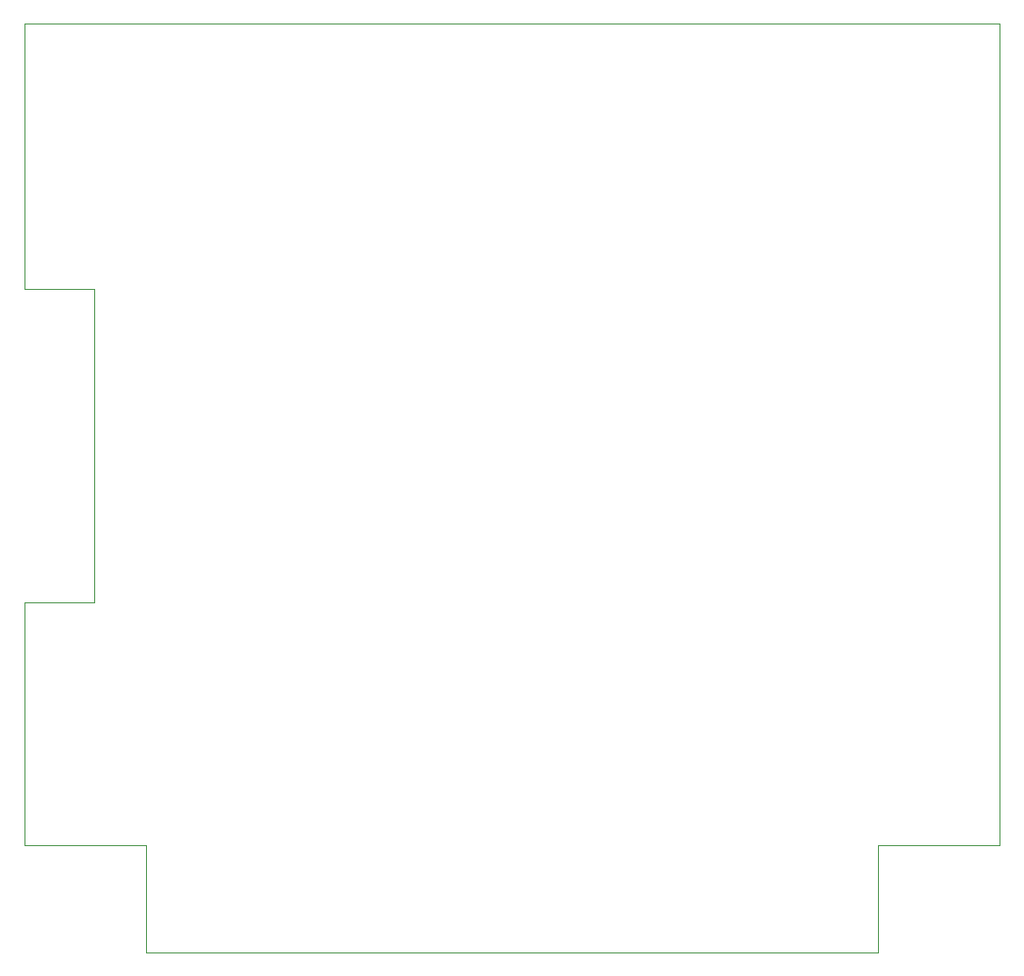
<source format=gbr>
G04 #@! TF.GenerationSoftware,KiCad,Pcbnew,(5.1.5)-3*
G04 #@! TF.CreationDate,2021-08-25T17:47:23+12:00*
G04 #@! TF.ProjectId,PocketTRS,506f636b-6574-4545-9253-2e6b69636164,rev?*
G04 #@! TF.SameCoordinates,Original*
G04 #@! TF.FileFunction,Profile,NP*
%FSLAX46Y46*%
G04 Gerber Fmt 4.6, Leading zero omitted, Abs format (unit mm)*
G04 Created by KiCad (PCBNEW (5.1.5)-3) date 2021-08-25 17:47:23*
%MOMM*%
%LPD*%
G04 APERTURE LIST*
%ADD10C,0.050000*%
G04 APERTURE END LIST*
D10*
X175260000Y-135890000D02*
X176022000Y-135890000D01*
X241808000Y-145542000D02*
X241300000Y-145542000D01*
X241808000Y-135890000D02*
X252730000Y-135890000D01*
X241808000Y-145542000D02*
X241808000Y-135890000D01*
X176022000Y-145542000D02*
X241300000Y-145542000D01*
X176022000Y-135890000D02*
X176022000Y-145542000D01*
X165100000Y-135890000D02*
X175260000Y-135890000D01*
X165100000Y-135890000D02*
X165100000Y-114046000D01*
X165100000Y-64770000D02*
X165100000Y-85852000D01*
X171323000Y-85852000D02*
X171323000Y-90805000D01*
X171323000Y-85852000D02*
X165100000Y-85852000D01*
X171323000Y-114046000D02*
X171323000Y-90805000D01*
X165100000Y-114046000D02*
X171323000Y-114046000D01*
X252730000Y-64770000D02*
X252730000Y-61976000D01*
X165100000Y-61976000D02*
X165100000Y-64770000D01*
X252730000Y-64770000D02*
X252730000Y-135890000D01*
X165100000Y-61976000D02*
X252730000Y-61976000D01*
M02*

</source>
